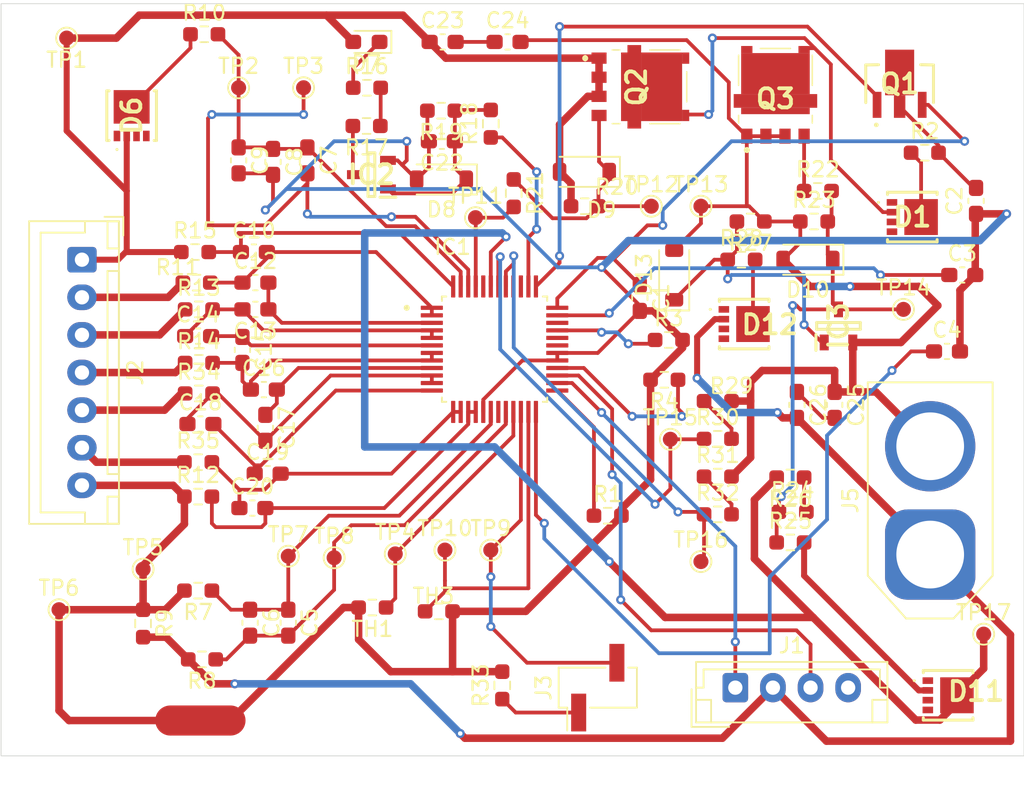
<source format=kicad_pcb>
(kicad_pcb (version 20241229) (generator "pcbnew") (generator_version "9.0")
  (layers (0 "F.Cu" signal) (2 "B.Cu" signal) (13 "F.Paste" user) (15 "B.Paste" user) (5 "F.SilkS" user "F.Silkscreen") (7 "B.SilkS" user "B.Silkscreen") (1 "F.Mask" user) (3 "B.Mask" user) (25 "Edge.Cuts" user))
  (net 0 "")
  (net 1 "GND")
  (net 2 "Net-(IC1-REGIN)")
  (net 3 "Net-(Q1-C_1)")
  (net 4 "Net-(IC1-REG1)")
  (net 5 "Net-(IC1-REG18)")
  (net 6 "Net-(IC1-SRP)")
  (net 7 "Net-(IC1-SRN)")
  (net 8 "Net-(IC1-BAT)")
  (net 9 "Net-(IC1-CP1)")
  (net 10 "Net-(IC1-VC14)")
  (net 11 "Net-(IC1-VC16)")
  (net 12 "Net-(IC1-VC13)")
  (net 13 "Net-(IC1-VC11)")
  (net 14 "Net-(IC1-VC10)")
  (net 15 "Net-(IC1-VC8)")
  (net 16 "Net-(IC1-VC7)")
  (net 17 "Net-(IC1-VC5)")
  (net 18 "Net-(IC1-VC4)")
  (net 19 "Net-(IC1-VC2)")
  (net 20 "Net-(IC1-VC0)")
  (net 21 "Net-(D8-K)")
  (net 22 "6P")
  (net 23 "Net-(C23-Pad2)")
  (net 24 "Net-(D10-A)")
  (net 25 "Net-(C25-Pad2)")
  (net 26 "PGND")
  (net 27 "CD")
  (net 28 "Net-(D1-K)")
  (net 29 "Net-(D6-K)")
  (net 30 "Net-(D7-K)")
  (net 31 "Net-(D9-K)")
  (net 32 "Net-(D10-K)")
  (net 33 "DSG")
  (net 34 "Net-(D11-A)")
  (net 35 "Net-(D12-K)")
  (net 36 "Net-(D13-K)")
  (net 38 "Net-(IC1-TS3)")
  (net 42 "CHG")
  (net 43 "Net-(IC1-SCL)")
  (net 44 "Net-(IC1-SDA)")
  (net 45 "Net-(IC1-BREG)")
  (net 46 "Net-(IC1-TS1)")
  (net 47 "Net-(IC1-RST_SHUT)")
  (net 49 "LD")
  (net 52 "Net-(IC1-TS2)")
  (net 53 "FUSE")
  (net 54 "Net-(IC1-ALERT)")
  (net 55 "Net-(IC1-HDQ)")
  (net 56 "PACK")
  (net 57 "Net-(IC2-D)")
  (net 59 "Net-(Q3-Pad4)")
  (net 60 "BAT-")
  (net 61 "Net-(J2-Pin_2)")
  (net 62 "Net-(J2-Pin_3)")
  (net 63 "Net-(J2-Pin_4)")
  (net 64 "Net-(R16-Pad2)")
  (net 65 "Net-(R24-Pad2)")
  (net 66 "Net-(R29-Pad1)")
  (net 67 "Net-(R31-Pad1)")
  (net 68 "Net-(J3-Pin_1)")
  (net 69 "Net-(J2-Pin_5)")
  (net 70 "Net-(J2-Pin_6)")
  (footprint "Resistor_SMD:R_0603_1608Metric_Pad0.98x0.95mm_HandSolder" (layer "F.Cu") (at 101.346 67.31 180)
    (property "Reference" "R27")
    (property "Value" "10M")
  )
  (footprint "TestPoint:TestPoint_Pad_D1.0mm" (layer "F.Cu") (at 111.506 73.152)
    (property "Reference" "TP14")
    (property "Value" "~")
  )
  (footprint "TestPoint:TestPoint_Pad_D1.0mm" (layer "F.Cu") (at 73.66 89.662)
    (property "Reference" "TP8")
    (property "Value" "SRN")
  )
  (footprint "Capacitor_SMD:C_0603_1608Metric_Pad1.08x0.95mm_HandSolder" (layer "F.Cu") (at 64.6165 74.93)
    (property "Reference" "C14")
    (property "Value" "220nF")
  )
  (footprint "Capacitor_SMD:C_0603_1608Metric_Pad1.08x0.95mm_HandSolder" (layer "F.Cu") (at 68.4265 73.152 180)
    (property "Reference" "C13")
    (property "Value" "220nF")
  )
  (footprint "PMV213SN,215:SOT95P230X110-3N" (layer "F.Cu") (at 107.188 74.252 90)
    (property "Reference" "IC3")
    (property "Value" "PMV213SN,215" (hide yes))
  )
  (footprint "Resistor_SMD:R_0603_1608Metric_Pad0.98x0.95mm_HandSolder" (layer "F.Cu") (at 80.772 59.944 180)
    (property "Reference" "R19")
    (property "Value" "20k")
  )
  (footprint "Resistor_SMD:R_0603_1608Metric_Pad0.98x0.95mm_HandSolder" (layer "F.Cu") (at 100.7345 69.85)
    (property "Reference" "R28")
    (property "Value" "10k")
  )
  (footprint "Connector_AMASS:AMASS_XT60-M_1x02_P7.20mm_Vertical" (layer "F.Cu") (at 113.284 89.452 90)
    (property "Reference" "J5")
    (property "Value" "Conn_01x02_Pin")
  )
  (footprint "TestPoint:TestPoint_Pad_D1.0mm" (layer "F.Cu") (at 83.058 67.056)
    (property "Reference" "TP11")
    (property "Value" "~")
  )
  (footprint "Capacitor_SMD:C_0603_1608Metric_Pad1.08x0.95mm_HandSolder" (layer "F.Cu") (at 93.98 72.39 -90)
    (property "Reference" "C1")
    (property "Value" "22nF")
  )
  (footprint "Resistor_SMD:R_0603_1608Metric_Pad0.98x0.95mm_HandSolder" (layer "F.Cu") (at 103.9895 88.646)
    (property "Reference" "R25")
    (property "Value" "7.50k")
  )
  (footprint "Diode_SMD:D_SOD-123" (layer "F.Cu") (at 96.266 70.866 90)
    (property "Reference" "D13")
    (property "Value" "16V")
  )
  (footprint "TestPoint:TestPoint_Pad_D1.0mm" (layer "F.Cu") (at 60.96 90.424)
    (property "Reference" "TP5")
    (property "Value" "~")
  )
  (footprint "NetTie:NetTie-2_SMD_Pad2.0mm" (layer "F.Cu") (at 64.77 100.4835)
    (property "Reference" "NT1" (hide yes))
    (property "Value" "NetTie_2" (hide yes))
  )
  (footprint "TestPoint:TestPoint_Pad_D1.0mm" (layer "F.Cu") (at 96.012 81.788)
    (property "Reference" "TP15")
    (property "Value" "PACK")
  )
  (footprint "TestPoint:TestPoint_Pad_D1.0mm" (layer "F.Cu") (at 55.88 55.118 180)
    (property "Reference" "TP1")
    (property "Value" "BAT+")
  )
  (footprint "Diode_SMD:D_SOD-123" (layer "F.Cu") (at 80.7945 64.516 180)
    (property "Reference" "D8")
    (property "Value" "10V")
  )
  (footprint "Resistor_SMD:R_0603_1608Metric_Pad0.98x0.95mm_HandSolder" (layer "F.Cu") (at 99.1635 86.778)
    (property "Reference" "R32")
    (property "Value" "5.1k")
  )
  (footprint "Resistor_SMD:R_0603_1608Metric_Pad0.98x0.95mm_HandSolder" (layer "F.Cu") (at 84.836 98.1475 90)
    (property "Reference" "R33")
    (property "Value" "10k")
  )
  (footprint "V5N3M153M3I:V5N3M153M3I" (layer "F.Cu") (at 112.094 67.015)
    (property "Reference" "D1")
    (property "Value" "100V" (hide yes))
  )
  (footprint "TestPoint:TestPoint_Pad_D1.0mm" (layer "F.Cu") (at 77.724 89.408)
    (property "Reference" "TP4")
    (property "Value" "~")
  )
  (footprint "Resistor_SMD:R_0603_1608Metric_Pad0.98x0.95mm_HandSolder" (layer "F.Cu") (at 64.6665 76.708)
    (property "Reference" "R14")
    (property "Value" "20")
  )
  (footprint "Resistor_SMD:R_0603_1608Metric_Pad0.98x0.95mm_HandSolder" (layer "F.Cu") (at 112.9265 62.738)
    (property "Reference" "R2")
    (property "Value" "300")
  )
  (footprint "Resistor_SMD:R_0603_1608Metric_Pad0.98x0.95mm_HandSolder" (layer "F.Cu") (at 76.2 92.972 180)
    (property "Reference" "TH1")
    (property "Value" "Thermistor")
  )
  (footprint "Resistor_SMD:R_0603_1608Metric_Pad0.98x0.95mm_HandSolder" (layer "F.Cu") (at 95.9085 75.184)
    (property "Reference" "R3")
    (property "Value" "1.0k")
  )
  (footprint "Resistor_SMD:R_0603_1608Metric_Pad0.98x0.95mm_HandSolder" (layer "F.Cu") (at 60.96 94.03 -90)
    (property "Reference" "R9")
    (property "Value" "0.001")
  )
  (footprint "TestPoint:TestPoint_Pad_D1.0mm" (layer "F.Cu") (at 98.044 89.916)
    (property "Reference" "TP16")
    (property "Value" "LD")
  )
  (footprint "V5N3M153M3I:V5N3M153M3I" (layer "F.Cu") (at 60.198 60.275 90)
    (property "Reference" "D6")
    (property "Value" "100V" (hide yes))
  )
  (footprint "Capacitor_SMD:C_0603_1608Metric_Pad1.08x0.95mm_HandSolder" (layer "F.Cu") (at 70.612 93.98 -90)
    (property "Reference" "C5")
    (property "Value" "100pF")
  )
  (footprint "Capacitor_SMD:C_0603_1608Metric_Pad1.08x0.95mm_HandSolder" (layer "F.Cu") (at 67.564 75.8455 -90)
    (property "Reference" "C15")
    (property "Value" "220nF")
  )
  (footprint "Capacitor_SMD:C_0603_1608Metric_Pad1.08x0.95mm_HandSolder" (layer "F.Cu") (at 68.326 69.342)
    (property "Reference" "C10")
    (property "Value" "220nF")
  )
  (footprint "FCX495TA:FCX495QTA" (layer "F.Cu") (at 111.252 58.287)
    (property "Reference" "Q1")
    (property "Value" "FCX495TA" (hide yes))
  )
  (footprint "Resistor_SMD:R_0603_1608Metric_Pad0.98x0.95mm_HandSolder" (layer "F.Cu") (at 99.1635 84.268)
    (property "Reference" "R31")
    (property "Value" "5.1k")
  )
  (footprint "Resistor_SMD:R_0603_1608Metric_Pad0.98x0.95mm_HandSolder" (layer "F.Cu") (at 80.6215 93.226)
    (property "Reference" "TH3")
    (property "Value" "Thermistor")
  )
  (footprint "Capacitor_SMD:C_0603_1608Metric_Pad1.08x0.95mm_HandSolder" (layer "F.Cu") (at 68.9875 78.486)
    (property "Reference" "C16")
    (property "Value" "220nF")
  )
  (footprint "Resistor_SMD:R_0603_1608Metric_Pad0.98x0.95mm_HandSolder" (layer "F.Cu") (at 64.6195 83.312)
    (property "Reference" "R35")
    (property "Value" "20")
  )
  (footprint "TestPoint:TestPoint_Pad_D1.0mm" (layer "F.Cu") (at 70.612 89.5615)
    (property "Reference" "TP7")
    (property "Value" "SRP")
  )
  (footprint "Resistor_SMD:R_0603_1608Metric_Pad0.98x0.95mm_HandSolder" (layer "F.Cu") (at 75.8405 58.42)
    (property "Reference" "R16")
    (property "Value" "7.5k")
  )
  (footprint "TestPoint:TestPoint_Pad_D1.0mm" (layer "F.Cu") (at 94.742 66.294)
    (property "Reference" "TP12")
    (property "Value" "~")
  )
  (footprint "Resistor_SMD:R_0603_1608Metric_Pad0.98x0.95mm_HandSolder" (layer "F.Cu") (at 90.3205 66.294)
    (property "Reference" "R20")
    (property "Value" "10M")
  )
  (footprint "Diode_SMD:D_SOD-123" (layer "F.Cu") (at 105.156 69.85 180)
    (property "Reference" "D10")
    (property "Value" "16V")
  )
  (footprint "V5N3M153M3I:V5N3M153M3I" (layer "F.Cu") (at 114.477 98.806)
    (property "Reference" "D11")
    (property "Value" "100V" (hide yes))
  )
  (footprint "Resistor_SMD:R_0603_1608Metric_Pad0.98x0.95mm_HandSolder" (layer "F.Cu") (at 91.8445 86.868)
    (property "Reference" "R1")
    (property "Value" "1.0k")
  )
  (footprint "Resistor_SMD:R_0603_1608Metric_Pad0.98x0.95mm_HandSolder" (layer "F.Cu") (at 64.4125 69.342)
    (property "Reference" "R15")
    (property "Value" "20")
  )
  (footprint "Resistor_SMD:R_0603_1608Metric_Pad0.98x0.95mm_HandSolder" (layer "F.Cu") (at 99.1635 81.758)
    (property "Reference" "R30")
    (property "Value" "5.1k")
  )
  (footprint "Capacitor_SMD:C_0603_1608Metric_Pad1.08x0.95mm_HandSolder" (layer "F.Cu") (at 71.882 63.246 -90)
    (property "Reference" "C7")
    (property "Value" "0.47uF")
  )
  (footprint "Resistor_SMD:R_0603_1608Metric_Pad0.98x0.95mm_HandSolder" (layer "F.Cu") (at 105.5605 67.31)
    (property "Reference" "R23")
    (property "Value" "10M")
  )
  (footprint "Resistor_SMD:R_0603_1608Metric_Pad0.98x0.95mm_HandSolder" (layer "F.Cu") (at 64.516 71.374)
    (property "Reference" "R11")
    (property "Value" "20")
  )
  (footprint "TestPoint:TestPoint_Pad_D1.0mm" (layer "F.Cu") (at 116.84 94.742)
    (property "Reference" "TP17")
    (property "Value" "~")
  )
  (footprint "TestPoint:TestPoint_Pad_D1.0mm" (layer "F.Cu") (at 84.074 89.154)
    (property "Reference" "TP9")
    (property "Value" "TS2")
  )
  (footprint "Resistor_SMD:R_0603_1608Metric_Pad0.98x0.95mm_HandSolder" (layer "F.Cu") (at 99.1635 79.248)
    (property "Reference" "R29")
    (property "Value" "5.1k")
  )
  (footprint "Resistor_SMD:R_0603_1608Metric_Pad0.98x0.95mm_HandSolder" (layer "F.Cu") (at 105.8145 65.278)
    (property "Reference" "R22")
    (property "Value" "0")
  )
  (footprint "NTMFS5C628NLT1G:NTMFS5C460NLT1G" (layer "F.Cu") (at 91.249 56.451 -90)
    (property "Reference" "Q2")
    (property "Value" "NTMFS5C628NLT1G" (hide yes))
  )
  (footprint "TestPoint:TestPoint_Pad_D1.0mm" (layer "F.Cu") (at 55.372 93.1175)
    (property "Reference" "TP6")
    (property "Value" "BAT-")
  )
  (footprint "NTMFS5C628NLT1G:NTMFS5C460NLT1G" (layer "F.Cu") (at 101.092 61.659)
    (property "Reference" "Q3")
    (property "Value" "NTMFS5C628NLT1G" (hide yes))
  )
  (footprint "TestPoint:TestPoint_Pad_D1.0mm" (layer "F.Cu") (at 81.026 89.154)
    (property "Reference" "TP10")
    (property "Value" "~")
  )
  (footprint "Capacitor_SMD:C_0603_1608Metric_Pad1.08x0.95mm_HandSolder" (layer "F.Cu") (at 116.332 65.9395 90)
    (property "Reference" "C2")
    (property "Value" "1uF")
  )
  (footprint "PMV213SN,215:SOT95P230X110-3N" (layer "F.Cu") (at 76.1385 64.196 180)
    (property "Reference" "IC2")
    (property "Value" "PMV213SN,215" (hide yes))
  )
  (footprint "Connector_JST:JST_XH_B7B-XH-A_1x07_P2.50mm_Vertical" (layer "F.Cu") (at 56.896 69.85 -90)
    (property "Reference" "J2")
    (property "Value" "Conn_01x07_Pin")
  )
  (footprint "Capacitor_SMD:C_0603_1608Metric_Pad1.08x0.95mm_HandSolder" (layer "F.Cu") (at 69.088 81.026 -90)
    (property "Reference" "C17")
    (property "Value" "220nF")
  )
  (footprint "Capacitor_SMD:C_0603_1608Metric_Pad1.08x0.95mm_HandSolder" (layer "F.Cu") (at 115.4165 70.866)
    (property "Reference" "C3")
    (property "Value" "1uF")
  )
  (footprint "Capacitor_SMD:C_0603_1608Metric_Pad1.08x0.95mm_HandSolder" (layer "F.Cu") (at 68.4265 71.374)
    (property "Reference" "C12")
    (property "Value" "220nF")
  )
  (footprint "Resistor_SMD:R_0603_1608Metric_Pad0.98x0.95mm_HandSolder" (layer "F.Cu") (at 84.074 60.8095 90)
    (property "Reference" "R18")
    (property "Value" "5.1k")
  )
  (footprint "Resistor_SMD:R_0603_1608Metric_Pad0.98x0.95mm_HandSolder" (layer "F.Cu") (at 64.6665 73.152)
    (property "Reference" "R13")
    (property "Value" "20")
  )
  (footprint "Capacitor_SMD:C_0603_1608Metric_Pad1.08x0.95mm_HandSolder" (layer "F.Cu") (at 64.77 80.772)
    (property "Reference" "C18")
    (property "Value" "220nF")
  )
  (footprint "Resistor_SMD:R_0603_1608Metric_Pad0.98x0.95mm_HandSolder" (layer "F.Cu") (at 64.6195 85.598)
    (property "Reference" "R12")
    (property "Value" "20")
  )
  (footprint "Connector_JST:JST_EH_B4B-EH-A_1x04_P2.50mm_Vertical" (layer "F.Cu") (at 100.33 98.298)
    (property "Reference" "J1")
    (property "Value" "Conn_01x04_Pin")
  )
  (footprint "Resistor_SMD:R_0603_1608Metric_Pad0.98x0.95mm_HandSolder" (layer "F.Cu") (at 85.598 65.4285 -90)
    (property "Reference" "R21")
    (property "Value" "5.1k")
  )
  (footprint "BQ76952:QFP50P900X900X120-48N" (layer "F.Cu") (at 84.324 75.798)
    (property "Reference" "IC1")
    (property "Value" "BQ7695201PFBR")
  )
  (footprint "Capacitor_SMD:C_0603_1608Metric_Pad1.08x0.95mm_HandSolder" (layer "F.Cu") (at 69.596 63.3465 -90)
    (property "Reference" "C8")
    (property "Value" "1uF")
  )
  (footprint "Capacitor_SMD:C_0603_1608Metric_Pad1.08x0.95mm_HandSolder" (layer "F.Cu") (at 67.31 63.246 -90)
    (property "Reference" "C9")
    (property "Value" "1uF")
  )
  (footprint "Capacitor_SMD:C_0603_1608Metric_Pad1.08x0.95mm_HandSolder" (layer "F.Cu") (at 104.424 79.502 -90)
    (property "Reference" "C26")
    (property "Value" "0.1uF")
  )
  (footprint "LED_SMD:LED_0603_1608Metric_Pad1.05x0.95mm_HandSolder" (layer "F.Cu") (at 75.805 55.372 180)
    (property "Reference" "D7")
    (property "Value" "LED")
  )
  (footprint "Capacitor_SMD:C_0603_1608Metric_Pad1.08x0.95mm_HandSolder" (layer "F.Cu") (at 69.2415 84.074)
    (property "Reference" "C19")
    (property "Value" "220nF")
  )
  (footprint "Resistor_SMD:R_0603_1608Metric_Pad0.98x0.95mm_HandSolder" (layer "F.Cu") (at 103.9895 84.328 180)
    (property "Reference" "R26")
    (property "Value" "5.1k")
  )
  (footprint "Capacitor_SMD:C_0603_1608Metric_Pad1.08x0.95mm_HandSolder" (layer "F.Cu") (at 68.2255 86.36)
    (property "Reference" "C20")
    (property "Value" "220nF")
  )
  (footprint "Resistor_SMD:R_0603_1608Metric_Pad0.98x0.95mm_HandSolder" (layer "F.Cu") (at 75.818 60.96 180)
    (property "Reference" "R17")
    (property "Value" "7.5k")
  )
  (footprint "Resistor_SMD:R_0603_1608Metric_Pad0.98x0.95mm_HandSolder" (layer "F.Cu") (at 95.6075 77.832 180)
    (property "Reference" "R4")
    (property "Value" "1.0k")
  )
  (footprint "Capacitor_SMD:C_0603_1608Metric_Pad1.08x0.95mm_HandSolder" (layer "F.Cu") (at 80.8725 55.372)
    (property "Reference" "C23")
    (property "Value" "0.1uF")
  )
  (footprint "TestPoint:TestPoint_Pad_D1.0mm" (layer "F.Cu") (at 71.628 58.42)
    (property "Reference" "TP3")
    (property "Value" "~")
  )
  (footprint "Capacitor_SMD:C_0603_1608Metric_Pad1.08x0.95mm_HandSolder" (layer "F.Cu") (at 85.1905 55.372)
    (property "Reference" "C24")
    (property "Value" "0.1uF")
  )
  (footprint "V5N3M153M3I:V5N3M153M3I" (layer "F.Cu") (at 100.918 74.127)
    (property "Reference" "D12")
    (property "Value" "100V" (hide yes))
  )
  (footprint "Resistor_SMD:R_0603_1608Metric_Pad0.98x0.95mm_HandSolder" (layer "F.Cu") (at 64.6195 91.8475 180)
    (property "Reference" "R7")
    (property "Value" "100")
  )
  (footprint "Diode_SMD:D_SOD-123" (layer "F.Cu") (at 90.296 64.008 180)
    (property "Reference" "D9")
    (property "Value" "16V")
  )
  (footprint "Capacitor_SMD:C_0603_1608Metric_Pad1.08x0.95mm_HandSolder" (layer "F.Cu") (at 80.822 61.976 180)
    (property "Reference" "C22")
    (property "Value" "0.1uF")
  )
  (footprint "Resistor_SMD:R_0603_1608Metric_Pad0.98x0.95mm_HandSolder" (layer "F.Cu") (at 64.6665 78.74)
    (property "Reference" "R34")
    (property "Value" "20")
  )
  (footprint "Capacitor_SMD:C_0603_1608Metric_Pad1.08x0.95mm_HandSolder" (layer "F.Cu") (at 68.072 93.98 -90)
    (property "Reference" "C6")
    (property "Value" "0.1uF")
  )
  (footprint "Capacitor_SMD:C_0603_1608Metric_Pad1.08x0.95mm_HandSolder" (layer "F.Cu") (at 114.4005 75.946)
    (property "Reference" "C4")
    (property "Value" "2.2uF")
  )
  (footprint "TestPoint:TestPoint_Pad_D1.0mm" (layer "F.Cu") (at 98.044 66.294)
    (property "Reference" "TP13")
    (property "Value" "~")
  )
  (footprint "Resistor_SMD:R_0603_1608Metric_Pad0.98x0.95mm_HandSolder" (layer "F.Cu") (at 104.14 86.614)
    (property "Reference" "R24")
    (property "Value" "5.1k")
  )
  (footprint "Resistor_SMD:R_0603_1608Metric_Pad0.98x0.95mm_HandSolder" (layer "F.Cu") (at 64.8735 96.4195 180)
    (property "Reference" "R8")
    (property "Value" "100")
  )
  (footprint "Connector_PinHeader_2.54mm:PinHeader_1x02_P2.54mm_Vertical_SMD_Pin1Left" (layer "F.Cu") (at 91.186 98.298 90)
    (property "Reference" "J3")
    (property "Value" "Conn_01x02_Pin")
  )
  (footprint "Resistor_SMD:R_0603_1608Metric_Pad0.98x0.95mm_HandSolder" (layer "F.Cu") (at 65.024 54.864)
    (property "Reference" "R10")
    (property "Value" "100")
  )
  (footprint "TestPoint:TestPoint_Pad_D1.0mm" (layer "F.Cu") (at 67.31 58.42)
    (property "Reference" "TP2")
    (property "Value" "BAT")
  )
  (footprint "Capacitor_SMD:C_0603_1608Metric_Pad1.08x0.95mm_HandSolder" (layer "F.Cu") (at 106.934 79.502 -90)
    (property "Reference" "C25")
    (property "Value" "0.1uF")
  )
  (gr_rect (start 51.52 52.832) (end 119.52 102.832) (stroke (width 0.05)) (fill no) (layer "Edge.Cuts"))
  (segment (start 115.263 75.946) (end 115.263 71.882) (width 0.5) (layer "F.Cu") (net 1))
  (segment (start 77.8745 63.246) (end 78.18025 63.55175) (width 0.25) (layer "F.Cu") (net 1))
  (segment (start 79.8595 61.876) (end 79.9595 61.976) (width 0.25) (layer "F.Cu") (net 1))
  (segment (start 78.18025 63.55175) (end 79.1445 64.516) (width 0.25) (layer "F.Cu") (net 1))
  (segment (start 69.596 66.04) (end 69.596 64.209) (width 0.25) (layer "F.Cu") (net 1))
  (segment (start 83.574 79.968) (end 83.574 79.151498) (width 0.25) (layer "F.Cu") (net 1))
  (segment (start 77.423 97.235) (end 81.534 97.235) (width 0.5) (layer "F.Cu") (net 1))
  (segment (start 96.821 75.706) (end 94.695 77.832) (width 0.5) (layer "F.Cu") (net 1))
  (segment (start 81.534 93.226) (end 86.399 93.226) (width 0.5) (layer "F.Cu") (net 1))
  (segment (start 74.2815 92.972) (end 75.2875 92.972) (width 0.5) (layer "F.Cu") (net 1))
  (segment (start 75.2875 92.972) (end 75.2875 95.0995) (width 0.5) (layer "F.Cu") (net 1))
  (segment (start 79.8595 59.944) (end 79.8595 61.876) (width 0.25) (layer "F.Cu") (net 1))
  (segment (start 86.399 93.226) (end 92.757 86.868) (width 0.5) (layer "F.Cu") (net 1))
  (segment (start 115.263 71.882) (end 116.279 70.866) (width 0.5) (layer "F.Cu") (net 1))
  (segment (start 116.332 66.802) (end 116.332 67.056) (width 0.25) (layer "F.Cu") (net 1))
  (segment (start 66.77 100.4835) (end 74.2815 92.972) (width 0.5) (layer "F.Cu") (net 1))
  (segment (start 88.494 76.048) (end 91.1845 76.048) (width 0.25) (layer "F.Cu") (net 1))
  (segment (start 79.9595 61.976) (end 79.9595 63.701) (width 0.25) (layer "F.Cu") (net 1))
  (segment (start 78.18025 63.55175) (end 78.486 63.246) (width 0.25) (layer "F.Cu") (net 1))
  (segment (start 92.757 86.407) (end 94.695 84.469) (width 0.5) (layer "F.Cu") (net 1))
  (segment (start 116.332 67.056) (end 116.279 67.109) (width 0.25) (layer "F.Cu") (net 1))
  (segment (start 91.44 70.358) (end 93.98 72.898) (width 0.25) (layer "F.Cu") (net 1))
  (segment (start 88.494 76.548) (end 88.494 76.048) (width 0.25) (layer "F.Cu") (net 1))
  (segment (start 81.534 97.235) (end 84.836 97.235) (width 0.5) (layer "F.Cu") (net 1))
  (segment (start 93.98 72.898) (end 93.98 73.2525) (width 0.25) (layer "F.Cu") (net 1))
  (segment (start 116.332 66.802) (end 118.364 66.802) (width 0.5) (layer "F.Cu") (net 1))
  (segment (start 69.088 66.548) (end 69.596 66.04) (width 0.25) (layer "F.Cu") (net 1))
  (segment (start 75.2875 95.0995) (end 77.423 97.235) (width 0.5) (layer "F.Cu") (net 1))
  (segment (start 93.98 73.2525) (end 94.8895 73.2525) (width 0.5) (layer "F.Cu") (net 1))
  (segment (start 86.177498 76.548) (end 88.494 76.548) (width 0.25) (layer "F.Cu") (net 1))
  (segment (start 116.279 67.109) (end 116.279 70.866) (width 0.5) (layer "F.Cu") (net 1))
  (segment (start 94.695 84.469) (end 94.695 77.832) (width 0.5) (layer "F.Cu") (net 1))
  (segment (start 94.8895 73.2525) (end 96.821 75.184) (width 0.5) (layer "F.Cu") (net 1))
  (segment (start 67.31 64.1085) (end 69.4955 64.1085) (width 0.25) (layer "F.Cu") (net 1))
  (segment (start 81.534 93.226) (end 81.534 97.235) (width 0.5) (layer "F.Cu") (net 1))
  (segment (start 91.1845 76.048) (end 93.98 73.2525) (width 0.25) (layer "F.Cu") (net 1))
  (segment (start 92.757 86.868) (end 92.757 86.407) (width 0.5) (layer "F.Cu") (net 1))
  (segment (start 69.4955 64.1085) (end 69.596 64.209) (width 0.25) (layer "F.Cu") (net 1))
  (segment (start 79.9595 63.701) (end 79.1445 64.516) (width 0.25) (layer "F.Cu") (net 1))
  (segment (start 96.821 75.184) (end 96.821 75.706) (width 0.5) (layer "F.Cu") (net 1))
  (segment (start 77.2385 63.246) (end 77.8745 63.246) (width 0.25) (layer "F.Cu") (net 1))
  (segment (start 83.574 79.151498) (end 86.177498 76.548) (width 0.25) (layer "F.Cu") (net 1))
  (segment (start 78.486 63.246) (end 78.486 61.976) (width 0.25) (layer "F.Cu") (net 1))
  (via (at 91.44 70.358) (size 0.6) (drill 0.3) (layers "F.Cu" "B.Cu") (net 1))
  (via (at 69.088 66.548) (size 0.6) (drill 0.3) (layers "F.Cu" "B.Cu") (net 1))
  (via (at 78.486 61.976) (size 0.6) (drill 0.3) (layers "F.Cu" "B.Cu") (net 1))
  (via (at 118.364 66.802) (size 0.6) (drill 0.3) (layers "F.Cu" "B.Cu") (net 1))
  (segment (start 70.485 65.151) (end 69.088 66.548) (width 0.25) (layer "B.Cu") (net 1))
  (segment (start 93.218 68.58) (end 91.44 70.358) (width 0.5) (layer "B.Cu") (net 1))
  (segment (start 73.66 61.976) (end 70.485 65.151) (width 0.25) (layer "B.Cu") (net 1))
  (segment (start 88.522702 70.358) (end 91.44 70.358) (width 0.25) (layer "B.Cu") (net 1))
  (segment (start 78.486 61.976) (end 73.66 61.976) (width 0.25) (layer "B.Cu") (net 1))
  (segment (start 116.586 68.58) (end 93.218 68.58) (width 0.5) (layer "B.Cu") (net 1))
  (segment (start 70.485 65.151) (end 83.315702 65.151) (width 0.25) (layer "B.Cu") (net 1))
  (segment (start 118.364 66.802) (end 116.586 68.58) (width 0.5) (layer "B.Cu") (net 1))
  (segment (start 83.315702 65.151) (end 88.522702 70.358) (width 0.25) (layer "B.Cu") (net 1))
  (segment (start 92.32 69.732) (end 92.1845 69.732) (width 0.25) (layer "F.Cu") (net 2))
  (segment (start 113.149 59.555) (end 115.57 61.976) (width 0.25) (layer "F.Cu") (net 2))
  (segment (start 93.472 68.58) (end 94.488 67.564) (width 0.25) (layer "F.Cu") (net 2))
  (segment (start 88.494 73.048) (end 88.494 72.418702) (width 0.25) (layer "F.Cu") (net 2))
  (segment (start 112.752 59.555) (end 113.149 59.555) (width 0.25) (layer "F.Cu") (net 2))
  (segment (start 93.472 68.58) (end 92.32 69.732) (width 0.25) (layer "F.Cu") (net 2))
  (segment (start 88.494 72.418702) (end 91.180702 69.732) (width 0.25) (layer "F.Cu") (net 2))
  (segment (start 91.180702 69.732) (end 92.1845 69.732) (width 0.25) (layer "F.Cu") (net 2))
  (segment (start 92.1845 69.732) (end 93.98 71.5275) (width 0.25) (layer "F.Cu") (net 2))
  (segment (start 94.488 67.564) (end 95.504 67.564) (width 0.25) (layer "F.Cu") (net 2))
  (via (at 95.504 67.564) (size 0.6) (drill 0.3) (layers "F.Cu" "B.Cu") (net 2))
  (via (at 115.57 61.976) (size 0.6) (drill 0.3) (layers "F.Cu" "B.Cu") (net 2))
  (segment (start 115.57 61.976) (end 100.076 61.976) (width 0.25) (layer "B.Cu") (net 2))
  (segment (start 95.504 67.564) (end 95.504 66.548) (width 0.25) (layer "B.Cu") (net 2))
  (segment (start 95.504 66.548) (end 100.076 61.976) (width 0.25) (layer "B.Cu") (net 2))
  (segment (start 116.178 65.077) (end 113.839 62.738) (width 0.25) (layer "F.Cu") (net 3))
  (segment (start 113.839 62.738) (end 113.839 62.257) (width 0.25) (layer "F.Cu") (net 3))
  (segment (start 116.332 65.077) (end 116.178 65.077) (width 0.25) (layer "F.Cu") (net 3))
  (segment (start 113.839 62.257) (end 111.252 59.67) (width 0.25) (layer "F.Cu") (net 3))
  (segment (start 111.252 57.404) (end 111.252 59.67) (width 0.25) (layer "F.Cu") (net 3))
  (segment (start 114.554 70.866) (end 109.982 70.866) (width 0.25) (layer "F.Cu") (net 4))
  (segment (start 91.948 73.406) (end 91.806 73.548) (width 0.25) (layer "F.Cu") (net 4))
  (segment (start 91.806 73.548) (end 88.494 73.548) (width 0.25) (layer "F.Cu") (net 4))
  (via (at 91.948 73.406) (size 0.6) (drill 0.3) (layers "F.Cu" "B.Cu") (net 4))
  (via (at 109.982 70.866) (size 0.6) (drill 0.3) (layers "F.Cu" "B.Cu") (net 4))
  (segment (start 109.531 70.415) (end 94.939 70.415) (width 0.25) (layer "B.Cu") (net 4))
  (segment (start 109.982 70.866) (end 109.531 70.415) (width 0.25) (layer "B.Cu") (net 4))
  (segment (start 94.939 70.415) (end 91.948 73.406) (width 0.25) (layer "B.Cu") (net 4))
  (segment (start 87.074 86.82) (end 87.074 79.968) (width 0.25) (layer "F.Cu") (net 5))
  (segment (start 113.538 75.946) (end 112.014 75.946) (width 0.25) (layer "F.Cu") (net 5))
  (segment (start 87.63 87.376) (end 87.074 86.82) (width 0.25) (layer "F.Cu") (net 5))
  (segment (start 112.014 75.946) (end 110.744 77.216) (width 0.25) (layer "F.Cu") (net 5))
  (via (at 87.63 87.376) (size 0.6) (drill 0.3) (layers "F.Cu" "B.Cu") (net 5))
  (via (at 110.744 77.216) (size 0.6) (drill 0.3) (layers "F.Cu" "B.Cu") (net 5))
  (segment (start 106.426 81.534) (end 106.426 87.122) (width 0.25) (layer "B.Cu") (net 5))
  (segment (start 87.63 88.392) (end 87.63 87.376) (width 0.25) (layer "B.Cu") (net 5))
  (segment (start 95.25 96.012) (end 87.63 88.392) (width 0.25) (layer "B.Cu") (net 5))
  (segment (start 110.744 77.216) (end 106.426 81.534) (width 0.25) (layer "B.Cu") (net 5))
  (segment (start 102.616 90.932) (end 102.616 96.012) (width 0.25) (layer "B.Cu") (net 5))
  (segment (start 102.616 96.012) (end 95.25 96.012) (width 0.25) (layer "B.Cu") (net 5))
  (segment (start 106.426 87.122) (end 102.616 90.932) (width 0.25) (layer "B.Cu") (net 5))
  (segment (start 66.802 93.1175) (end 65.532 91.8475) (width 0.25) (layer "F.Cu") (net 6))
  (segment (start 84.074 80.784502) (end 77.990502 86.868) (width 0.25) (layer "F.Cu") (net 6))
  (segment (start 70.612 93.1175) (end 70.612 89.5615) (width 0.25) (layer "F.Cu") (net 6))
  (segment (start 77.990502 86.868) (end 73.3055 86.868) (width 0.25) (layer "F.Cu") (net 6))
  (segment (start 70.612 93.1175) (end 68.072 93.1175) (width 0.25) (layer "F.Cu") (net 6))
  (segment (start 84.074 79.968) (end 84.074 80.784502) (width 0.25) (layer "F.Cu") (net 6))
  (segment (start 68.072 93.1175) (end 66.802 93.1175) (width 0.25) (layer "F.Cu") (net 6))
  (segment (start 73.3055 86.868) (end 70.612 89.5615) (width 0.25) (layer "F.Cu") (net 6))
  (segment (start 73.66 89.662) (end 73.66 91.7945) (width 0.25) (layer "F.Cu") (net 7))
  (segment (start 73.66 88.646) (end 74.804749 87.501251) (width 0.25) (layer "F.Cu") (net 7))
  (segment (start 73.66 89.662) (end 73.66 88.646) (width 0.25) (layer "F.Cu") (net 7))
  (segment (start 74.804749 87.501251) (end 78.357251 87.501251) (width 0.25) (layer "F.Cu") (net 7))
  (segment (start 68.072 94.8425) (end 70.612 94.8425) (width 0.25) (layer "F.Cu") (net 7))
  (segment (start 85.074 80.784502) (end 85.074 79.968) (width 0.25) (layer "F.Cu") (net 7))
  (segment (start 65.786 96.4195) (end 66.495 96.4195) (width 0.25) (layer "F.Cu") (net 7))
  (segment (start 78.357251 87.501251) (end 85.074 80.784502) (width 0.25) (layer "F.Cu") (net 7))
  (segment (start 73.66 91.7945) (end 70.612 94.8425) (width 0.25) (layer "F.Cu") (net 7))
  (segment (start 66.495 96.4195) (end 68.072 94.8425) (width 0.25) (layer "F.Cu") (net 7))
  (segment (start 69.4955 62.3835) (end 69.596 62.484) (width 0.25) (layer "F.Cu") (net 8))
  (segment (start 77.1195 67.621) (end 71.882 62.3835) (width 0.25) (layer "F.Cu") (net 8))
  (segment (start 67.31 58.42) (end 67.31 56.2375) (width 0.25) (layer "F.Cu") (net 8))
  (segment (start 79.051 67.621) (end 77.1195 67.621) (width 0.25) (layer "F.Cu") (net 8))
  (segment (start 67.31 56.2375) (end 65.9365 54.864) (width 0.25) (layer "F.Cu") (net 8))
  (segment (start 67.31 58.42) (end 67.31 62.3835) (width 0.25) (layer "F.Cu") (net 8))
  (segment (start 69.596 62.484) (end 71.7815 62.484) (width 0.25) (layer "F.Cu") (net 8))
  (segment (start 82.074 70.644) (end 79.051 67.621) (width 0.25) (layer "F.Cu") (net 8))
  (segment (start 71.7815 62.484) (end 71.882 62.3835) (width 0.25) (layer "F.Cu") (net 8))
  (segment (start 82.074 71.628) (end 82.074 70.644) (width 0.25) (layer "F.Cu") (net 8))
  (segment (start 67.31 62.3835) (end 69.4955 62.3835) (width 0.25) (layer "F.Cu") (net 8))
  (segment (start 65.278 67.564) (end 65.278 60.452) (width 0.25) (layer "F.Cu") (net 9))
  (segment (start 82.574 70.50619) (end 79.06381 66.996) (width 0.25) (layer "F.Cu") (net 9))
  (segment (start 79.06381 66.996) (end 77.47 66.996) (width 0.25) (layer "F.Cu") (net 9))
  (segment (start 71.882 66.802) (end 71.882 64.1085) (width 0.25) (layer "F.Cu") (net 9))
  (segment (start 71.628 60.198) (end 71.628 58.42) (width 0.25) (layer "F.Cu") (net 9))
  (segment (start 71.882 64.77) (end 69.088 67.564) (width 0.25) (layer "F.Cu") (net 9))
  (segment (start 69.088 67.564) (end 65.278 67.564) (width 0.25) (layer "F.Cu") (net 9))
  (segment (start 71.882 64.1085) (end 71.882 64.77) (width 0.25) (layer "F.Cu") (net 9))
  (segment (start 65.278 60.452) (end 65.532 60.198) (width 0.25) (layer "F.Cu") (net 9))
  (segment (start 82.574 71.628) (end 82.574 70.50619) (width 0.25) (layer "F.Cu") (net 9))
  (via (at 65.532 60.198) (size 0.6) (drill 0.3) (layers "F.Cu" "B.Cu") (net 9))
  (via (at 77.47 66.996) (size 0.6) (drill 0.3) (layers "F.Cu" "B.Cu") (net 9))
  (via (at 71.882 66.802) (size 0.6) (drill 0.3) (layers "F.Cu" "B.Cu") (net 9))
  (via (at 71.628 60.198) (size 0.6) (drill 0.3) (layers "F.Cu" "B.Cu") (net 9))
  (segment (start 77.47 66.996) (end 72.076 66.996) (width 0.25) (layer "B.Cu") (net 9))
  (segment (start 65.532 60.198) (end 71.628 60.198) (width 0.25) (layer "B.Cu") (net 9))
  (segment (start 72.076 66.996) (end 71.882 66.802) (width 0.25) (layer "B.Cu") (net 9))
  (segment (start 69.1885 69.342) (end 76.448 69.342) (width 0.25) (layer "F.Cu") (net 10))
  (segment (start 69.1885 69.342) (end 69.1885 69.7495) (width 0.25) (layer "F.Cu") (net 10))
  (segment (start 69.1885 69.7495) (end 67.564 71.374) (width 0.25) (layer "F.Cu") (net 10))
  (segment (start 80.154 73.048) (end 80.154 73.548) (width 0.25) (layer "F.Cu") (net 10))
  (segment (start 67.564 71.374) (end 65.4285 71.374) (width 0.25) (layer "F.Cu") (net 10))
  (segment (start 76.448 69.342) (end 80.154 73.048) (width 0.25) (layer "F.Cu") (net 10))
  (segment (start 67.31 68.072) (end 78.018 68.072) (width 0.25) (layer "F.Cu") (net 11))
  (segment (start 78.018 68.072) (end 81.574 71.628) (width 0.25) (layer "F.Cu") (net 11))
  (segment (start 65.325 69.342) (end 67.4635 69.342) (width 0.25) (layer "F.Cu") (net 11))
  (segment (start 67.4635 68.2255) (end 67.31 68.072) (width 0.25) (layer "F.Cu") (net 11))
  (segment (start 67.4635 69.342) (end 67.4635 68.2255) (width 0.25) (layer "F.Cu") (net 11))
  (segment (start 69.289 73.152) (end 70.185 74.048) (width 0.25) (layer "F.Cu") (net 12))
  (segment (start 70.185 74.048) (end 80.154 74.048) (width 0.25) (layer "F.Cu") (net 12))
  (segment (start 69.289 71.374) (end 69.289 73.152) (width 0.25) (layer "F.Cu") (net 12))
  (segment (start 80.154 74.548) (end 80.154 75.048) (width 0.25) (layer "F.Cu") (net 13))
  (segment (start 68.96 74.548) (end 80.154 74.548) (width 0.25) (layer "F.Cu") (net 13))
  (segment (start 65.579 73.152) (end 67.564 73.152) (width 0.25) (layer "F.Cu") (net 13))
  (segment (start 67.564 73.152) (end 68.96 74.548) (width 0.25) (layer "F.Cu") (net 13))
  (segment (start 65.532 73.152) (end 63.754 74.93) (width 0.25) (layer "F.Cu") (net 13))
  (segment (start 65.579 73.152) (end 65.532 73.152) (width 0.25) (layer "F.Cu") (net 13))
  (segment (start 68.129 75.548) (end 80.154 75.548) (width 0.25) (layer "F.Cu") (net 14))
  (segment (start 67.511 74.93) (end 67.564 74.983) (width 0.25) (layer "F.Cu") (net 14))
  (segment (start 67.564 74.983) (end 68.129 75.548) (width 0.25) (layer "F.Cu") (net 14))
  (segment (start 65.479 74.93) (end 67.511 74.93) (width 0.25) (layer "F.Cu") (net 14))
  (segment (start 80.154 76.548) (end 80.154 76.048) (width 0.25) (layer "F.Cu") (net 15))
  (segment (start 69.502 76.548) (end 80.154 76.548) (width 0.25) (layer "F.Cu") (net 15))
  (segment (start 67.564 76.708) (end 67.564 77.925) (width 0.25) (layer "F.Cu") (net 15))
  (segment (start 67.564 77.925) (end 68.125 78.486) (width 0.25) (layer "F.Cu") (net 15))
  (segment (start 68.125 78.486) (end 68.125 77.925) (width 0.25) (layer "F.Cu") (net 15))
  (segment (start 68.125 77.925) (end 69.502 76.548) (width 0.25) (layer "F.Cu") (net 15))
  (segment (start 67.564 76.708) (end 65.579 76.708) (width 0.25) (layer "F.Cu") (net 15))
  (segment (start 69.85 79.4015) (end 69.088 80.1635) (width 0.25) (layer "F.Cu") (net 16))
  (segment (start 80.154 77.048) (end 71.288 77.048) (width 0.25) (layer "F.Cu") (net 16))
  (segment (start 71.288 77.048) (end 69.85 78.486) (width 0.25) (layer "F.Cu") (net 16))
  (segment (start 69.85 78.486) (end 69.85 79.4015) (width 0.25) (layer "F.Cu") (net 16))
  (segment (start 65.579 78.74) (end 65.9395 78.74) (width 0.25) (layer "F.Cu") (net 17))
  (segment (start 65.579 78.74) (end 63.9075 80.4115) (width 0.25) (layer "F.Cu") (net 17))
  (segment (start 65.9395 78.74) (end 69.088 81.8885) (width 0.25) (layer "F.Cu") (net 17))
  (segment (start 63.9075 80.4115) (end 63.9075 80.772) (width 0.25) (layer "F.Cu") (net 17))
  (segment (start 73.4285 77.548) (end 80.154 77.548) (width 0.25) (layer "F.Cu") (net 17))
  (segment (start 69.088 81.8885) (end 73.4285 77.548) (width 0.25) (layer "F.Cu") (net 17))
  (segment (start 80.154 77.548) (end 80.154 78.048) (width 0.25) (layer "F.Cu") (net 17))
  (segment (start 73.76949 78.548) (end 80.154 78.548) (width 0.25) (layer "F.Cu") (net 18))
  (segment (start 68.379 83.5185) (end 68.79899 83.5185) (width 0.25) (layer "F.Cu") (net 18))
  (segment (start 68.379 84.074) (end 68.379 83.5185) (width 0.25) (layer "F.Cu") (net 18))
  (segment (start 68.79899 83.5185) (end 73.76949 78.548) (width 0.25) (layer "F.Cu") (net 18))
  (segment (start 68.379 83.5185) (end 65.6325 80.772) (width 0.25) (layer "F.Cu") (net 18))
  (segment (start 82.074 79.968) (end 81.574 79.968) (width 0.25) (layer "F.Cu") (net 19))
  (segment (start 69.035 85.143) (end 67.363 85.143) (width 0.25) (layer "F.Cu") (net 19))
  (segment (start 65.532 83.312) (end 67.363 85.143) (width 0.25) (layer "F.Cu") (net 19))
  (segment (start 70.104 84.074) (end 69.035 85.143) (width 0.25) (layer "F.Cu") (net 19))
  (segment (start 70.104 84.074) (end 77.468 84.074) (width 0.25) (layer "F.Cu") (net 19))
  (segment (start 67.363 85.143) (end 67.363 86.36) (width 0.25) (layer "F.Cu") (net 19))
  (segment (start 77.468 84.074) (end 81.574 79.968) (width 0.25) (layer "F.Cu") (net 19))
  (segment (start 69.088 86.36) (end 76.998502 86.36) (width 0.25) (layer "F.Cu") (net 20))
  (segment (start 65.786 87.63) (end 68.834 87.63) (width 0.25) (layer "F.Cu") (net 20))
  (segment (start 65.532 85.598) (end 65.532 87.376) (width 0.25) (layer "F.Cu") (net 20))
  (segment (start 68.834 87.63) (end 69.088 87.376) (width 0.25) (layer "F.Cu") (net 20))
  (segment (start 76.998502 86.36) (end 82.574 80.784502) (width 0.25) (layer "F.Cu") (net 20))
  (segment (start 65.532 87.376) (end 65.786 87.63) (width 0.25) (layer "F.Cu") (net 20))
  (segment (start 69.088 87.376) (end 69.088 86.36) (width 0.25) (layer "F.Cu") (net 20))
  (segment (start 82.574 79.968) (end 83.074 79.968) (width 0.25) (layer "F.Cu") (net 20))
  (segment (start 82.574 80.784502) (end 82.574 79.968) (width 0.25) (layer "F.Cu") (net 20))
  (segment (start 81.6845 61.976) (end 81.6845 63.756) (width 0.25) (layer "F.Cu") (net 21))
  (segment (start 81.5185 65.442) (end 82.4445 64.516) (width 0.25) (layer "F.Cu") (net 21))
  (segment (start 77.2385 65.146) (end 77.5345 65.442) (width 0.25) (layer "F.Cu") (net 21))
  (segment (start 81.6845 63.756) (end 82.4445 64.516) (width 0.25) (layer "F.Cu") (net 21))
  (segment (start 84.074 59.897) (end 81.7315 59.897) (width 0.25) (layer "F.Cu") (net 21))
  (segment (start 81.6845 59.944) (end 81.6845 61.976) (width 0.25) (layer "F.Cu") (net 21))
  (segment (start 77.5345 65.442) (end 81.5185 65.442) (width 0.25) (layer "F.Cu") (net 21))
  (segment (start 81.7315 59.897) (end 81.6845 59.944) (width 0.25) (layer "F.Cu") (net 21))
  (segment (start 88.646 60.865) (end 90.52 58.991) (width 0.5) (layer "F.Cu") (net 22))
  (segment (start 89.408 66.294) (end 89.408 64.77) (width 0.5) (layer "F.Cu") (net 22))
  (segment (start 57.15 69.85) (end 57.658 69.342) (width 0.25) (layer "F.Cu") (net 22))
  (segment (start 59.182 55.118) (end 60.706 53.594) (width 0.5) (layer "F.Cu") (net 22))
  (segment (start 59.873 69.271) (end 59.294 69.85) (width 0.4) (layer "F.Cu") (net 22))
  (segment (start 91.27 58.991) (end 91.27 57.721) (width 0.5) (layer "F.Cu") (net 22))
  (segment (start 59.873 69.271) (end 59.944 69.342) (width 0.4) (layer "F.Cu") (net 22))
  (segment (start 78.232 53.594) (end 80.01 55.372) (width 0.5) (layer "F.Cu") (net 22))
  (segment (start 55.88 55.118) (end 55.88 61.285) (width 0.4) (layer "F.Cu") (net 22))
  (segment (start 55.88 55.118) (end 59.182 55.118) (width 0.5) (layer "F.Cu") (net 22))
  (segment (start 90.52 58.991) (end 91.27 58.991) (width 0.5) (layer "F.Cu") (net 22))
  (segment (start 60.706 53.594) (end 73.152 53.594) (width 0.5) (layer "F.Cu") (net 22))
  (segment (start 59.873 61.625) (end 59.873 65.278) (width 0.4) (layer "F.Cu") (net 22))
  (segment (start 59.873 65.278) (end 59.873 69.271) (width 0.4) (layer "F.Cu") (net 22))
  (segment (start 55.88 61.285) (end 59.873 65.278) (width 0.4) (layer "F.Cu") (net 22))
  (segment (start 59.944 69.342) (end 63.5 69.342) (width 0.4) (layer "F.Cu") (net 22))
  (segment (start 91.27 56.451) (end 91.27 57.721) (width 0.5) (layer "F.Cu") (net 22))
  (segment (start 59.294 69.85) (end 56.896 69.85) (width 0.4) (layer "F.Cu") (net 22))
  (segment (start 73.152 53.594) (end 78.232 53.594) (width 0.5) (layer "F.Cu") (net 22))
  (segment (start 73.152 53.594) (end 74.93 55.372) (width 0.5) (layer "F.Cu") (net 22))
  (segment (start 80.01 55.372) (end 81.089 56.451) (width 0.5) (layer "F.Cu") (net 22))
  (segment (start 56.896 69.85) (end 57.15 69.85) (width 0.25) (layer "F.Cu") (net 22))
  (segment (start 89.408 64.77) (end 88.646 64.008) (width 0.5) (layer "F.Cu") (net 22))
  (segment (start 81.089 56.451) (end 91.27 56.451) (width 0.5) (layer "F.Cu") (net 22))
  (segment (start 88.646 64.008) (end 88.646 60.865) (width 0.5) (layer "F.Cu") (net 22))
  (segment (start 81.735 55.372) (end 84.328 55.372) (width 0.25) (layer "F.Cu") (net 23))
  (segment (start 99.896 60.442) (end 101.092 61.638) (width 0.25) (layer "F.Cu") (net 24))
  (segment (start 105.918 71.628) (end 105.284 71.628) (width 0.5) (layer "F.Cu") (net 24))
  (segment (start 113.792 72.898) (end 112.522 71.628) (width 0.5) (layer "F.Cu") (net 24))
  (segment (start 98.044 66.294) (end 101.092 66.294) (width 0.25) (layer "F.Cu") (net 24))
  (segment (start 98.044 66.294) (end 98.044 67.438) (width 0.25) (layer "F.Cu") (net 24))
  (segment (start 99.896 58.0545) (end 99.896 60.442) (width 0.25) (layer "F.Cu") (net 24))
  (segment (start 109.6715 78.6395) (end 108.204 78.6395) (width 0.5) (layer "F.Cu") (net 24))
  (segment (start 102.362 61.638) (end 101.092 61.638) (width 0.25) (layer "F.Cu") (net 24))
  (segment (start 108.138 78.5735) (end 108.204 78.6395) (width 0.25) (layer "F.Cu") (net 24))
  (segment (start 104.648 68.708) (end 103.506 69.85) (width 0.25) (layer "F.Cu") (net 24))
  (segment (start 101.346 79.248) (end 101.346 82.998) (width 0.5) (layer "F.Cu") (net 24))
  (segment (start 104.648 67.31) (end 102.2585 67.31) (width 0.25) (layer "F.Cu") (net 24))
  (segment (start 101.346 77.978) (end 101.346 79.248) (width 0.5) (layer "F.Cu") (net 24))
  (segment (start 97.0965 55.255) (end 99.896 58.0545) (width 0.25) (layer "F.Cu") (net 24))
  (segment (start 103.632 61.638) (end 102.362 61.638) (width 0.25) (layer "F.Cu") (net 24))
  (segment (start 101.092 61.638) (end 101.092 66.294) (width 0.25) (layer "F.Cu") (net 24))
  (segment (start 100.076 79.248) (end 101.346 79.248) (width 0.5) (layer "F.Cu") (net 24))
  (segment (start 102.108 77.216) (end 101.346 77.978) (width 0.5) (layer "F.Cu") (net 24))
  (segment (start 106.934 77.216) (end 102.108 77.216) (width 0.5) (layer "F.Cu") (net 24))
  (segment (start 101.092 66.294) (end 101.2425 66.294) (width 0.25) (layer "F.Cu") (net 24))
  (segment (start 111.338 75.352) (end 113.792 72.898) (width 0.5) (layer "F.Cu") (net 24))
  (segment (start 86.053 55.372) (end 86.17 55.255) (width 0.25) (layer "F.Cu") (net 24))
  (segment (start 101.2425 66.294) (end 102.2585 67.31) (width 0.25) (layer "F.Cu") (net 24))
  (segment (start 113.284 82.252) (end 109.6715 78.6395) (width 0.5) (layer "F.Cu") (net 24))
  (segment (start 104.648 67.31) (end 104.648 68.708) (width 0.25) (layer "F.Cu") (net 24))
  (segment (start 108.138 75.352) (end 111.338 75.352) (width 0.5) (layer "F.Cu") (net 24))
  (segment (start 86.17 55.255) (end 97.0965 55.255) (width 0.25) (layer "F.Cu") (net 24))
  (segment (start 112.522 71.628) (end 107.95 71.628) (width 0.5) (layer "F.Cu") (net 24))
  (segment (start 108.138 75.352) (end 108.138 78.5735) (width 0.5) (layer "F.Cu") (net 24))
  (segment (start 108.204 78.6395) (end 106.934 78.6395) (width 0.5) (layer "F.Cu") (net 24))
  (segment (start 105.284 71.628) (end 103.506 69.85) (width 0.5) (layer "F.Cu") (net 24))
  (segment (start 98.044 67.438) (end 96.266 69.216) (width 0.25) (layer "F.Cu") (net 24))
  (segment (start 101.346 82.998) (end 100.076 84.268) (width 0.5) (layer "F.Cu") (net 24))
  (segment (start 106.934 78.6395) (end 106.934 77.216) (width 0.5) (layer "F.Cu") (net 24))
  (via (at 107.95 71.628) (size 0.6) (drill 0.3) (layers "F.Cu" "B.Cu") (net 24))
  (via (at 105.918 71.628) (size 0.6) (drill 0.3) (layers "F.Cu" "B.Cu") (net 24))
  (segment (start 107.95 71.628) (end 105.918 71.628) (width 0.5) (layer "B.Cu") (net 24))
  (segment (start 106.149 80.3645) (end 104.424 78.6395) (width 0.25) (layer "F.Cu") (net 25))
  (segment (start 106.934 80.3645) (end 106.149 80.3645) (width 0.25) (layer "F.Cu") (net 25))
  (segment (start 106.386 101.854) (end 102.83 98.298) (width 0.5) (layer "F.Cu") (net 26))
  (segment (start 99.568 73.802) (end 98.968 73.802) (width 0.4) (layer "F.Cu") (net 26))
  (segment (start 82.355 101.659) (end 99.469 101.659) (width 0.5) (layer "F.Cu") (net 26))
  (segment (start 60.96 94.9425) (end 62.484 94.9425) (width 0.5) (layer "F.Cu") (net 26))
  (segment (start 98.968 73.802) (end 97.79 74.98) (width 0.4) (layer "F.Cu") (net 26))
  (segment (start 62.484 94.9425) (end 63.961 96.4195) (width 0.5) (layer "F.Cu") (net 26))
  (segment (start 103.4785 80.3645) (end 103.124 80.01) (width 0.5) (layer "F.Cu") (net 26))
  (segment (start 97.79 74.98) (end 97.79 77.724) (width 0.4) (layer "F.Cu") (net 26))
  (segment (start 118.618 94.786) (end 118.618 101.854) (width 0.5) (layer "F.Cu") (net 26))
  (segment (start 63.961 96.4195) (end 65.5855 98.044) (width 0.5) (layer "F.Cu") (net 26))
  (segment (start 118.618 101.854) (end 106.386 101.854) (width 0.5) (layer "F.Cu") (net 26))
  (segment (start 104.424 80.3645) (end 113.284 89.2245) (width 0.5) (layer "F.Cu") (net 26))
  (segment (start 113.284 89.452) (end 111.676 89.452) (width 0.25) (layer "F.Cu") (net 26))
  (segment (start 82.042 101.346) (end 82.355 101.659) (width 0.5) (layer "F.Cu") (net 26))
  (segment (start 104.424 80.3645) (end 103.4785 80.3645) (width 0.5) (layer "F.Cu") (net 26))
  (segment (start 99.469 101.659) (end 102.83 98.298) (width 0.5) (layer "F.Cu") (net 26))
  (segment (start 113.284 89.2245) (end 113.284 89.452) (width 0.25) (layer "F.Cu") (net 26))
  (segment (start 65.5855 98.044) (end 67.056 98.044) (width 0.5) (layer "F.Cu") (net 26))
  (segment (start 113.284 89.452) (end 118.618 94.786) (width 0.5) (layer "F.Cu") (net 26))
  (via (at 103.124 80.01) (size 0.6) (drill 0.3) (layers "F.Cu" "B.Cu") (net 26))
  (via (at 97.79 77.724) (size 0.6) (drill 0.3) (layers "F.Cu" "B.Cu") (net 26))
  (via (at 82.042 101.346) (size 0.6) (drill 0.3) (layers "F.Cu" "B.Cu") (net 26))
  (via (at 67.056 98.044) (size 0.6) (drill 0.3) (layers "F.Cu" "B.Cu") (net 26))
  (segment (start 67.056 98.044) (end 78.74 98.044) (width 0.5) (layer "B.Cu") (net 26))
  (segment (start 100.076 80.01) (end 97.79 77.724) (width 0.5) (layer "B.Cu") (net 26))
  (segment (start 78.74 98.044) (end 82.042 101.346) (width 0.5) (layer "B.Cu") (net 26))
  (segment (start 103.124 80.01) (end 100.076 80.01) (width 0.5) (layer "B.Cu") (net 26))
  (segment (start 105.603 55.789) (end 104.932 55.118) (width 0.25) (layer "F.Cu") (net 27))
  (segment (start 98.552 60.198) (end 97.119 60.198) (width 0.25) (layer "F.Cu") (net 27))
  (segment (start 97.119 60.198) (end 97.119 60.261) (width 0.25) (layer "F.Cu") (net 27))
  (segment (start 110.744 66.69) (end 110.144 66.69) (width 0.25) (layer "F.Cu") (net 27))
  (segment (start 110.144 66.69) (end 106.68 63.226) (width 0.25) (layer "F.Cu") (net 27))
  (segment (start 105.603 55.789) (end 104.902 55.789) (width 0.25) (layer "F.Cu") (net 27))
  (segment (start 106.68 63.226) (end 106.68 56.866) (width 0.25) (layer "F.Cu") (net 27))
  (segment (start 106.68 56.866) (end 105.603 55.789) (width 0.25) (layer "F.Cu") (net 27))
  (segment (start 104.932 55.118) (end 98.806 55.118) (width 0.25) (layer "F.Cu") (net 27))
  (via (at 98.806 55.118) (size 0.6) (drill 0.3) (layers "F.Cu" "B.Cu") (net 27))
  (via (at 98.552 60.198) (size 0.6) (drill 0.3) (layers "F.Cu" "B.Cu") (net 27))
  (segment (start 98.806 55.118) (end 98.806 59.944) (width 0.25) (layer "B.Cu") (net 27))
  (segment (start 98.806 59.944) (end 98.552 60.198) (width 0.25) (layer "B.Cu") (net 27))
  (segment (start 112.679 63.403) (end 112.014 62.738) (width 0.25) (layer "F.Cu") (net 28))
  (segment (start 112.679 67.015) (end 112.679 63.403) (width 0.25) (layer "F.Cu") (net 28))
  (segment (start 64.1115 54.864) (end 64.1115 55.7765) (width 0.25) (layer "F.Cu") (net 29))
  (segment (start 64.1115 55.7765) (end 60.198 59.69) (width 0.25) (layer "F.Cu") (net 29))
  (segment (start 74.928 57.124) (end 76.68 55.372) (width 0.25) (layer "F.Cu") (net 30))
  (segment (start 74.928 58.42) (end 74.928 57.124) (width 0.25) (layer "F.Cu") (net 30))
  (segment (start 91.233 66.294) (end 94.742 66.294) (width 0.25) (layer "F.Cu") (net 31))
  (segment (start 88.177 67.095) (end 90.432 67.095) (width 0.25) (layer "F.Cu") (net 31))
  (segment (start 91.946 64.008) (end 91.946 64.514) (width 0.25) (layer "F.Cu") (net 31))
  (segment (start 85.598 64.516) (end 88.177 67.095) (width 0.25) (layer "F.Cu") (net 31))
  (segment (start 91.27 60.261) (end 91.27 63.332) (width 0.25) (layer "F.Cu") (net 31))
  (segment (start 91.946 64.514) (end 91.233 65.227) (width 0.25) (layer "F.Cu") (net 31))
  (segment (start 90.432 67.095) (end 91.233 66.294) (width 0.25) (layer "F.Cu") (net 31))
  (segment (start 91.27 63.332) (end 91.946 64.008) (width 0.25) (layer "F.Cu") (net 31))
  (segment (start 91.233 65.227) (end 91.233 66.294) (width 0.25) (layer "F.Cu") (net 31))
  (segment (start 104.648 73.152) (end 107.188 73.152) (width 0.25) (layer "F.Cu") (net 32))
  (segment (start 103.2275 85.7485) (end 103.378 85.598) (width 0.25) (layer "F.Cu") (net 32))
  (segment (start 103.2275 86.614) (end 103.2275 85.7485) (width 0.25) (layer "F.Cu") (net 32))
  (segment (start 111.506 73.152) (end 107.188 73.152) (width 0.25) (layer "F.Cu") (net 32))
  (segment (start 104.394 72.898) (end 104.648 73.152) (width 0.25) (layer "F.Cu") (net 32))
  (segment (start 106.806 72.77) (end 107.188 73.152) (width 0.25) (layer "F.Cu") (net 32))
  (segment (start 103.077 88.646) (end 103.077 86.7645) (width 0.25) (layer "F.Cu") (net 32))
  (segment (start 106.473 67.31) (end 106.473 69.517) (width 0.25) (layer "F.Cu") (net 32))
  (segment (start 104.14 72.898) (end 104.394 72.898) (width 0.25) (layer "F.Cu") (net 32))
  (segment (start 106.727 67.056) (end 106.473 67.31) (width 0.25) (layer "F.Cu") (net 32))
  (segment (start 106.473 69.517) (end 106.806 69.85) (width 0.25) (layer "F.Cu") (net 32))
  (segment (start 106.806 69.85) (end 106.806 72.77) (width 0.25) (layer "F.Cu") (net 32))
  (segment (start 106.727 65.278) (end 106.727 67.056) (width 0.25) (layer "F.Cu") (net 32))
  (segment (start 103.077 86.7645) (end 103.2275 86.614) (width 0.25) (layer "F.Cu") (net 32))
  (via (at 103.378 85.598) (size 0.6) (drill 0.3) (layers "F.Cu" "B.Cu") (net 32))
  (via (at 104.14 72.898) (size 0.6) (drill 0.3) (layers "F.Cu" "B.Cu") (net 32))
  (segment (start 104.14 84.836) (end 104.14 72.898) (width 0.25) (layer "B.Cu") (net 32))
  (segment (start 103.378 85.598) (end 104.14 84.836) (width 0.25) (layer "B.Cu") (net 32))
  (segment (start 112.326 100.452) (end 105.505 93.631) (width 0.5) (layer "F.Cu") (net 33))
  (segment (start 84.074 69.342) (end 85.09 68.326) (width 0.25) (layer "F.Cu") (net 33))
  (segment (start 101.6 85.805) (end 103.077 84.328) (width 0.5) (layer "F.Cu") (net 33))
  (segment (start 105.505 93.631) (end 101.6 89.726) (width 0.5) (layer "F.Cu") (net 33))
  (segment (start 95.663 93.631) (end 91.948 89.916) (width 0.5) (layer "F.Cu") (net 33))
  (segment (start 116.84 97.028) (end 115.062 98.806) (width 0.5) (layer "F.Cu") (net 33))
  (segment (start 115.062 99.318) (end 113.928 100.452) (width 0.5) (layer "F.Cu") (net 33))
  (segment (start 101.6 89.726) (end 101.6 85.805) (width 0.5) (layer "F.Cu") (net 33))
  (segment (start 84.074 71.628) (end 84.074 69.342) (width 0.25) (layer "F.Cu") (net 33))
  (segment (start 116.84 94.742) (end 116.84 97.028) (width 0.5) (layer "F.Cu") (net 33))
  (segment (start 115.062 98.806) (end 115.062 99.318) (width 0.5) (layer "F.Cu") (net 33))
  (segment (start 113.928 100.452) (end 112.326 100.452) (width 0.5) (layer "F.Cu") (net 33))
  (segment (start 105.505 93.631) (end 95.663 93.631) (width 0.5) (layer "F.Cu") (net 33))
  (via (at 85.09 68.326) (size 0.6) (drill 0.3) (layers "F.Cu" "B.Cu") (net 33))
  (via (at 91.948 89.916) (size 0.6) (drill 0.3) (layers "F.Cu" "B.Cu") (net 33))
  (segment (start 75.692 68.072) (end 84.836 68.072) (width 0.5) (layer "B.Cu") (net 33))
  (segment (start 84.328 82.296) (end 75.692 82.296) (width 0.5) (layer "B.Cu") (net 33))
  (segment (start 91.948 89.916) (end 84.328 82.296) (width 0.5) (layer "B.Cu") (net 33))
  (segment (start 75.692 82.296) (end 75.692 68.072) (width 0.5) (layer "B.Cu") (net 33))
  (segment (start 84.836 68.072) (end 85.09 68.326) (width 0.5) (layer "B.Cu") (net 33))
  (segment (start 104.902 90.856) (end 104.902 88.646) (width 0.4) (layer "F.Cu") (net 34))
  (segment (start 112.527 98.481) (end 104.902 90.856) (width 0.4) (layer "F.Cu") (net 34))
  (segment (start 113.127 98.481) (end 112.527 98.481) (width 0.4) (layer "F.Cu") (net 34))
  (segment (start 101.503 69.994) (end 101.647 69.85) (width 0.25) (layer "F.Cu") (net 35))
  (segment (start 101.503 74.127) (end 101.503 69.994) (width 0.25) (layer "F.Cu") (net 35))
  (segment (start 98.932 69.85) (end 96.266 72.516) (width 0.25) (layer "F.Cu") (net 36))
  (segment (start 106.238 75.352) (end 106.086 75.352) (width 0.25) (layer "F.Cu") (net 36))
  (segment (start 99.822 69.85) (end 98.932 69.85) (width 0.25) (layer "F.Cu") (net 36))
  (segment (start 100.4335 67.31) (end 100.4335 69.2385) (width 0.25) (layer "F.Cu") (net 36))
  (segment (start 106.086 75.352) (end 104.902 74.168) (width 0.25) (layer "F.Cu") (net 36))
  (segment (start 100.4335 69.2385) (end 99.822 69.85) (width 0.25) (layer "F.Cu") (net 36))
  (segment (start 99.822 71.12) (end 99.822 69.85) (width 0.25) (layer "F.Cu") (net 36))
  (via (at 104.902 74.168) (size 0.6) (drill 0.3) (layers "F.Cu" "B.Cu") (net 36))
  (via (at 99.822 71.12) (size 0.6) (drill 0.3) (layers "F.Cu" "B.Cu") (net 36))
  (segment (start 104.902 70.866) (end 100.076 70.866) (width 0.25) (layer "B.Cu") (net 36))
  (segment (start 104.902 74.168) (end 104.902 70.866) (width 0.25) (layer "B.Cu") (net 36))
  (segment (start 100.076 70.866) (end 99.822 71.12) (width 0.25) (layer "B.Cu") (net 36))
  (segment (start 81.026 91.186) (end 81.026 91.694) (width 0.25) (layer "F.Cu") (net 38))
  (segment (start 81.026 89.154) (end 81.026 91.186) (width 0.25) (layer "F.Cu") (net 38))
  (segment (start 81.026 91.694) (end 81.026 91.909) (width 0.25) (layer "F.Cu") (net 38))
  (segment (start 86.574 91.694) (end 81.026 91.694) (width 0.25) (layer "F.Cu") (net 38))
  (segment (start 86.574 79.968) (end 86.574 91.694) (width 0.25) (layer "F.Cu") (net 38))
  (segment (start 81.026 91.909) (end 79.709 93.226) (width 0.25) (layer "F.Cu") (net 38))
  (segment (start 84.883 67.056) (end 85.598 66.341) (width 0.25) (layer "F.Cu") (net 42))
  (segment (start 83.058 67.056) (end 84.883 67.056) (width 0.25) (layer "F.Cu") (net 42))
  (segment (start 83.074 71.628) (end 83.074 67.072) (width 0.25) (layer "F.Cu") (net 42))
  (segment (start 83.074 67.072) (end 83.058 67.056) (width 0.25) (layer "F.Cu") (net 42))
  (segment (start 91.44 80.01) (end 89.478 78.048) (width 0.25) (layer "F.Cu") (net 43))
  (segment (start 100.33 98.298) (end 100.33 95.25) (width 0.25) (layer "F.Cu") (net 43))
  (segment (start 89.478 78.048) (end 88.494 78.048) (width 0.25) (layer "F.Cu") (net 43))
  (via (at 91.44 80.01) (size 0.6) (drill 0.3) (layers "F.Cu" "B.Cu") (net 43))
  (via (at 100.33 95.25) (size 0.6) (drill 0.3) (layers "F.Cu" "B.Cu") (net 43))
  (segment (start 100.33 95.25) (end 100.33 88.9) (width 0.25) (layer "B.Cu") (net 43))
  (segment (start 100.33 88.9) (end 91.44 80.01) (width 0.25) (layer "B.Cu") (net 43))
  (segment (start 92.141058 84.134942) (end 92.141058 79.782807) (width 0.25) (layer "F.Cu") (net 44))
  (segment (start 94.742 94.488) (end 92.71 92.456) (width 0.25) (layer "F.Cu") (net 44))
  (segment (start 105.33 95.424) (end 104.394 94.488) (width 0.25) (layer "F.Cu") (net 44))
  (segment (start 92.141058 79.782807) (end 89.906251 77.548) (width 0.25) (layer "F.Cu") (net 44))
  (segment (start 104.394 94.488) (end 94.742 94.488) (width 0.25) (layer "F.Cu") (net 44))
  (segment (start 89.906251 77.548) (end 88.494 77.548) (width 0.25) (layer "F.Cu") (net 44))
  (segment (start 105.33 98.298) (end 105.33 95.424) (width 0.25) (layer "F.Cu") (net 44))
  (via (at 92.71 92.456) (size 0.6) (drill 0.3) (layers "F.Cu" "B.Cu") (net 44))
  (via (at 92.141058 84.134942) (size 0.6) (drill 0.3) (layers "F.Cu" "B.Cu") (net 44))
  (segment (start 92.71 84.703884) (end 92.141058 84.134942) (width 0.25) (layer "B.Cu") (net 44))
  (segment (start 92.71 92.456) (end 92.71 84.703884) (width 0.25) (layer "B.Cu") (net 44))
  (segment (start 109.752 59.555) (end 109.752 58.98) (width 0.25) (layer "F.Cu") (net 45))
  (segment (start 88.646 70.056) (end 87.074 71.628) (width 0.25) (layer "F.Cu") (net 45))
  (segment (start 109.752 58.98) (end 105.128 54.356) (width 0.25) (layer "F.Cu") (net 45))
  (segment (start 88.646 69.596) (end 88.646 70.056) (width 0.25) (layer "F.Cu") (net 45))
  (segment (start 105.128 54.356) (end 88.646 54.356) (width 0.25) (layer "F.Cu") (net 45))
  (via (at 88.646 69.596) (size 0.6) (drill 0.3) (layers "F.Cu" "B.Cu") (net 45))
  (via (at 88.646 54.356) (size 0.6) (drill 0.3) (layers "F.Cu" "B.Cu") (net 45))
  (segment (start 88.646 54.356) (end 88.646 69.596) (width 0.25) (layer "B.Cu") (net 45))
  (segment (start 85.574 81.558) (end 85.574 79.968) (width 0.25) (layer "F.Cu") (net 46))
  (segment (start 77.724 89.408) (end 85.574 81.558) (width 0.25) (layer "F.Cu") (net 46))
  (segment (start 77.724 92.3605) (end 77.1125 92.972) (width 0.25) (layer "F.Cu") (net 46))
  (segment (start 77.724 89.408) (end 77.724 92.3605) (width 0.25) (layer "F.Cu") (net 46))
  (segment (start 88.494 74.548) (end 91.312 74.548) (width 0.25) (layer "F.Cu") (net 47))
  (segment (start 93.218 75.438) (end 94.742 75.438) (width 0.25) (layer "F.Cu") (net 47))
  (segment (start 94.742 75.438) (end 94.996 75.184) (width 0.25) (layer "F.Cu") (net 47))
  (segment (start 91.312 74.548) (end 91.44 74.676) (width 0.25) (layer "F.Cu") (net 47))
  (via (at 93.218 75.438) (size 0.6) (drill 0.3) (layers "F.Cu" "B.Cu") (net 47))
  (via (at 91.44 74.676) (size 0.6) (drill 0.3) (layers "F.Cu" "B.Cu") (net 47))
  (segment (start 92.456 74.676) (end 93.218 75.438) (width 0.25) (layer "B.Cu") (net 47))
  (segment (start 91.44 74.676) (end 92.456 74.676) (width 0.25) (layer "B.Cu") (net 47))
  (segment (start 98.251 86.778) (end 98.251 89.709) (width 0.25) (layer "F.Cu") (net 49))
  (segment (start 85.074 71.628) (end 85.074 70.628) (width 0.25) (layer "F.Cu") (net 49))
  (segment (start 96.52 86.614) (end 98.087 86.614) (width 0.25) (layer "F.Cu") (net 49))
  (segment (start 85.074 70.628) (end 85.598 70.104) (width 0.25) (layer "F.Cu") (net 49))
  (segment (start 85.598 70.104) (end 85.598 69.596) (width 0.25) (layer "F.Cu") (net 49))
  (segment (start 98.251 89.709) (end 98.044 89.916) (width 0.25) (layer "F.Cu") (net 49))
  (segment (start 98.087 86.614) (end 98.251 86.778) (width 0.25) (layer "F.Cu") (net 49))
  (via (at 96.52 86.614) (size 0.6) (drill 0.3) (layers "F.Cu" "B.Cu") (net 49))
  (via (at 85.598 69.596) (size 0.6) (drill 0.3) (layers "F.Cu" "B.Cu") (net 49))
  (segment (start 85.598 75.692) (end 96.52 86.614) (width 0.25) (layer "B.Cu") (net 49))
  (segment (start 85.598 69.596) (end 85.598 75.692) (width 0.25) (layer "B.Cu") (net 49))
  (segment (start 86.483 96.643) (end 84.074 94.234) (width 0.25) (layer "F.Cu") (net 52))
  (segment (start 92.456 96.643) (end 86.483 96.643) (width 0.25) (layer "F.Cu") (net 52))
  (segment (start 84.074 89.154) (end 86.074 87.154) (width 0.25) (layer "F.Cu") (net 52))
  (segment (start 86.074 87.154) (end 86.074 79.968) (width 0.25) (layer "F.Cu") (net 52))
  (segment (start 84.074 90.932) (end 84.074 89.154) (width 0.25) (layer "F.Cu") (net 52))
  (via (at 84.074 90.932) (size 0.6) (drill 0.3) (layers "F.Cu" "B.Cu") (net 52))
  (via (at 84.074 94.234) (size 0.6) (drill 0.3) (layers "F.Cu" "B.Cu") (net 52))
  (segment (start 84.074 94.234) (end 84.074 90.932) (width 0.25) (layer "B.Cu") (net 52))
  (segment (start 84.836 61.722) (end 87.122 64.008) (width 0.25) (layer "F.Cu") (net 53))
  (segment (start 87.122 67.818) (end 86.574 68.366) (width 0.25) (layer "F.Cu") (net 53))
  (segment (start 86.574 68.366) (end 86.574 71.628) (width 0.25) (layer "F.Cu") (net 53))
  (segment (start 84.074 61.722) (end 84.836 61.722) (width 0.25) (layer "F.Cu") (net 53))
  (via (at 87.122 64.008) (size 0.6) (drill 0.3) (layers "F.Cu" "B.Cu") (net 53))
  (via (at 87.122 67.818) (size 0.6) (drill 0.3) (layers "F.Cu" "B.Cu") (net 53))
  (segment (start 87.122 64.008) (end 87.122 67.818) (width 0.25) (layer "B.Cu") (net 53))
  (segment (start 90.932 86.868) (end 90.932 80.986) (width 0.25) (layer "F.Cu") (net 54))
  (segment (start 90.932 80.986) (end 88.494 78.548) (width 0.25) (layer "F.Cu") (net 54))
  (segment (start 88.494 77.048) (end 90.256 77.048) (width 0.25) (layer "F.Cu") (net 55))
  (segment (start 96.52 79.756) (end 96.52 77.832) (width 0.25) (layer "F.Cu") (net 55))
  (segment (start 96.774 80.01) (end 96.52 79.756) (width 0.25) (layer "F.Cu") (net 55))
  (segment (start 90.256 77.048) (end 93.472 80.264) (width 0.25) (layer "F.Cu") (net 55))
  (segment (start 96.774 80.264) (end 96.774 80.01) (width 0.25) (layer "F.Cu") (net 55))
  (via (at 93.472 80.264) (size 0.6) (drill 0.3) (layers "F.Cu" "B.Cu") (net 55))
  (via (at 96.774 80.264) (size 0.6) (drill 0.3) (layers "F.Cu" "B.Cu") (net 55))
  (segment (start 93.472 80.264) (end 96.774 80.264) (width 0.25) (layer "B.Cu") (net 55))
  (segment (start 96.012 81.788) (end 98.221 81.788) (width 0.25) (layer "F.Cu") (net 56))
  (segment (start 98.221 81.788) (end 98.251 81.758) (width 0.25) (layer "F.Cu") (net 56))
  (segment (start 84.574 71.628) (end 84.574 69.781942) (width 0.25) (layer "F.Cu") (net 56))
  (segment (start 94.996 86.106) (end 96.012 85.09) (width 0.25) (layer "F.Cu") (net 56))
  (segment (start 84.574 69.781942) (end 84.699 69.656942) (width 0.25) (layer "F.Cu") (net 56))
  (segment (start 96.012 85.09) (end 96.012 81.788) (width 0.25) (layer "F.Cu") (net 56))
  (via (at 84.699 69.656942) (size 0.6) (drill 0.3) (layers "F.Cu" "B.Cu") (net 56))
  (via (at 94.996 86.106) (size 0.6) (drill 0.3) (layers "F.Cu" "B.Cu") (net 56))
  (segment (start 84.699 75.809) (end 94.996 86.106) (width 0.25) (layer "B.Cu") (net 56))
  (segment (start 84.699 69.656942) (end 84.699 75.809) (width 0.25) (layer "B.Cu") (net 56))
  (segment (start 74.9055 60.96) (end 74.9055 64.063) (width 0.25) (layer "F.Cu") (net 57))
  (segment (start 74.9055 64.063) (end 75.0385 64.196) (width 0.25) (layer "F.Cu") (net 57))
  (segment (start 104.902 61.638) (end 104.902 65.278) (width 0.25) (layer "F.Cu") (net 59))
  (segment (start 60.96 93.1175) (end 62.437 93.1175) (width 0.5) (layer "F.Cu") (net 60))
  (segment (start 55.372 99.822) (end 56.0335 100.4835) (width 0.5) (layer "F.Cu") (net 60))
  (segment (start 60.96 93.1175) (end 60.96 90.424) (width 0.5) (layer "F.Cu") (net 60))
  (segment (start 62.437 93.1175) (end 63.707 91.8475) (width 0.5) (layer "F.Cu") (net 60))
  (segment (start 60.96 90.424) (end 60.96 90.17) (width 0.5) (layer "F.Cu") (net 60))
  (segment (start 55.372 93.1175) (end 60.96 93.1175) (width 0.5) (layer "F.Cu") (net 60))
  (segment (start 60.96 90.17) (end 63.707 87.423) (width 0.5) (layer "F.Cu") (net 60))
  (segment (start 62.959 84.85) (end 63.707 85.598) (width 0.5) (layer "F.Cu") (net 60))
  (segment (start 63.707 87.423) (end 63.707 85.598) (width 0.5) (layer "F.Cu") (net 60))
  (segment (start 55.372 93.1175) (end 55.372 99.822) (width 0.5) (layer "F.Cu") (net 60))
  (segment (start 56.896 84.85) (end 62.959 84.85) (width 0.5) (layer "F.Cu") (net 60))
  (segment (start 56.0335 100.4835) (end 62.77 100.4835) (width 0.5) (layer "F.Cu") (net 60))
  (segment (start 56.896 72.35) (end 62.6275 72.35) (width 0.5) (layer "F.Cu") (net 61))
  (segment (start 62.6275 72.35) (end 63.6035 71.374) (width 0.5) (layer "F.Cu") (net 61))
  (segment (start 62.056 74.85) (end 63.754 73.152) (width 0.5) (layer "F.Cu") (net 62))
  (segment (start 56.896 74.85) (end 62.056 74.85) (width 0.5) (layer "F.Cu") (net 62))
  (segment (start 63.112 77.35) (end 63.754 76.708) (width 0.5) (layer "F.Cu") (net 63))
  (segment (start 56.896 77.35) (end 63.112 77.35) (width 0.5) (layer "F.Cu") (net 63))
  (segment (start 76.753 60.9375) (end 76.7305 60.96) (width 0.25) (layer "F.Cu") (net 64))
  (segment (start 76.753 58.42) (end 76.753 60.9375) (width 0.25) (layer "F.Cu") (net 64))
  (segment (start 104.902 84.328) (end 104.902 86.4635) (width 0.25) (layer "F.Cu") (net 65))
  (segment (start 104.902 86.4635) (end 105.0525 86.614) (width 0.25) (layer "F.Cu") (net 65))
  (segment (start 100.076 81.758) (end 100.076 81.073) (width 0.25) (layer "F.Cu") (net 66))
  (segment (start 100.076 81.073) (end 98.251 79.248) (width 0.25) (layer "F.Cu") (net 66))
  (segment (start 100.076 86.093) (end 98.251 84.268) (width 0.25) (layer "F.Cu") (net 67))
  (segment (start 100.076 86.778) (end 100.076 86.093) (width 0.25) (layer "F.Cu") (net 67))
  (segment (start 89.916 99.953) (end 85.729 99.953) (width 0.25) (layer "F.Cu") (net 68))
  (segment (start 85.729 99.953) (end 84.836 99.06) (width 0.25) (layer "F.Cu") (net 68))
  (segment (start 62.39 79.85) (end 56.896 79.85) (width 0.5) (layer "F.Cu") (net 69))
  (segment (start 63.754 78.74) (end 63.5 78.74) (width 0.25) (layer "F.Cu") (net 69))
  (segment (start 63.5 78.74) (end 62.39 79.85) (width 0.5) (layer "F.Cu") (net 69))
  (segment (start 57.858 83.312) (end 56.896 82.35) (width 0.5) (layer "F.Cu") (net 70))
  (segment (start 63.707 83.312) (end 57.858 83.312) (width 0.5) (layer "F.Cu") (net 70))
)
</source>
